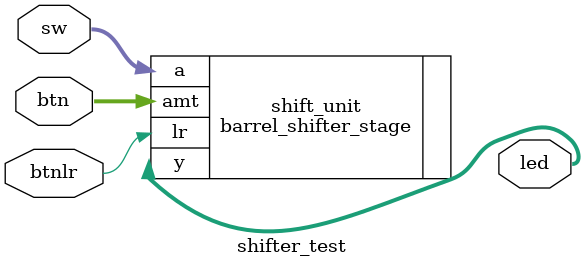
<source format=v>
module shifter_test
   (
    input wire [2:0] btn,
	 input wire btnlr,
    input wire [7:0] sw,
    output wire [7:0] led
   );

   // instantiate shifter
   barrel_shifter_stage shift_unit
     (.a(sw), .amt(btn), .y(led), .lr(btnlr));

endmodule
</source>
